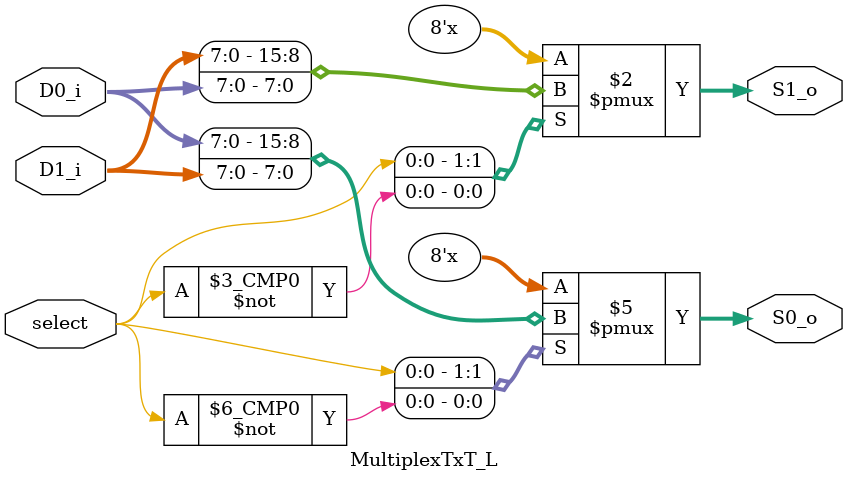
<source format=v>
`timescale 1ns / 1ps


module MultiplexTxT_L
    # (parameter W = 8) //Ignore this value, just for reference on the instantiation
    (
    input wire select,
    input wire [W-1:0] D0_i,
    input wire [W-1:0] D1_i,
    output reg [W-1:0] S0_o,
    output reg [W-1:0] S1_o
    );
    
    always @(select, D0_i, D1_i)
        case(select) 
       1'b1: begin
            S0_o <= D0_i;
            S1_o <= D1_i;
        end
       
       1'b0: begin
            S0_o <= D1_i;
            S1_o <= D0_i;
        end
        endcase
endmodule

</source>
